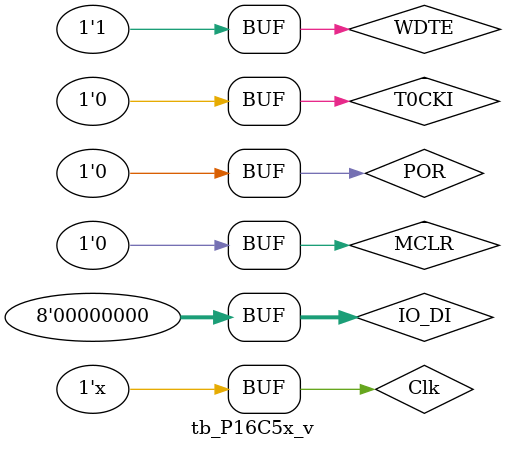
<source format=v>

`timescale 1ns / 1ps


module tb_P16C5x_v;

	// UUT Module Ports
	reg     POR;

	reg     Clk;
	reg     ClkEn;

	wire    [11:0] PC;
	reg     [11:0] ROM;

	reg     MCLR;
	reg     T0CKI;
	reg     WDTE;

	wire    WE_TRISA;
    wire    WE_TRISB;
    wire    WE_TRISC;
	wire    WE_PORTA;
    wire    WE_PORTB;
    wire    WE_PORTC;
    wire    RE_PORTA;
    wire    RE_PORTB;
    wire    RE_PORTC;
    
    wire    [7:0] IO_DO;
    reg     [7:0] IO_DI;

	// UUT Module Test Ports
    
    wire    Rst;
    
    wire    [5:0] OPTION;

    wire    [11:0] IR;
    wire    [ 9:0] dIR;
	wire    [11:0] ALU_Op;
	wire    [ 8:0] KI;
	wire    Err;
	
	wire    Skip;

 	wire    [11:0] TOS;
	wire    [11:0] NOS;

	wire    [7:0] W;

	wire    [6:0] FA;
	wire    [7:0] DO;
	wire    [7:0] DI;

	wire    [7:0] TMR0;
	wire    [7:0] FSR;
	wire    [7:0] STATUS;
	
    wire    T0CKI_Pls;
	
    wire    WDTClr;
	wire    [9:0] WDT;
	wire    WDT_TC;
	wire    WDT_TO;
	
    wire    [7:0] PSCntr;
	wire    PSC_Pls;
    
	// Instantiate the Unit Under Test (UUT)

	P16C5x  #(
                .pWDT_Size(10)
            ) uut (
                .POR(POR), 
                .Clk(Clk), 
                .ClkEn(ClkEn), 

                .MCLR(MCLR), 
                .T0CKI(T0CKI), 

                .WDTE(WDTE),
                
                .PC(PC), 
                .ROM(ROM), 
                
                .WE_TRISA(WE_TRISA), 
                .WE_TRISB(WE_TRISB), 
                .WE_TRISC(WE_TRISC), 
                .WE_PORTA(WE_PORTA), 
                .WE_PORTB(WE_PORTB), 
                .WE_PORTC(WE_PORTC), 
                .RE_PORTA(RE_PORTA), 
                .RE_PORTB(RE_PORTB), 
                .RE_PORTC(RE_PORTC),
                .IO_DO(IO_DO),
                .IO_DI(IO_DI),
                
                .Rst(Rst),
                
                .OPTION(OPTION), 

                .IR(IR),
                .dIR(dIR), 
                .ALU_Op(ALU_Op), 
                .KI(KI), 
                .Err(Err), 

                .Skip(Skip), 

                .TOS(TOS), 
                .NOS(NOS), 
                .W(W), 
                .FA(FA), 
                .DO(DO), 
                .DI(DI), 
                .TMR0(TMR0), 
                .FSR(FSR), 
                .STATUS(STATUS), 
                .T0CKI_Pls(T0CKI_Pls), 
                .WDTClr(WDTClr), 
                .WDT(WDT), 
                .WDT_TC(WDT_TC), 
                .WDT_TO(WDT_TO), 
                .PSCntr(PSCntr), 
                .PSC_Pls(PSC_Pls)
            );

	initial begin
		// Initialize Inputs
		POR     = 1;
		Clk     = 1;
        ClkEn   = 1;
//        IR      = 0;
		IO_DI   = 0;
		MCLR    = 0;
		T0CKI   = 0;
		WDTE    = 1;

		// Wait 100 ns for global reset to finish
		#101;

        POR = 0;
//        ClkEn = 1;

        #899;
        
	end
    
    always #5 Clk = ~Clk;
    
    always @(posedge Clk)
    begin
        if(POR)
            #1 ClkEn <= 0;
        else
            #1 ClkEn <= ~ClkEn;
    end
    
    // Test Program ROM
      
//    always @(PC or POR)
    always @(posedge Clk or posedge POR)
    begin
        if(POR)
            ROM <= 12'b1010_0000_0000;                  // GOTO    0x000   ;; Reset Vector: Jump 0x000 (Start)
        else
            case(PC[11:0])
                12'h000 : ROM <= #1 12'b0111_0110_0011; // BTFSS   0x03,3  ;; Test PD (STATUS.3), if set, not SLEEP restart
                12'h001 : ROM <= #1 12'b1010_0011_0000; // GOTO    0x030   ;; SLEEP restart, continue test program
                12'h002 : ROM <= #1 12'b1100_0000_0111; // MOVLW   0x07    ;; load OPTION
                12'h003 : ROM <= #1 12'b0000_0000_0010; // OPTION
                12'h004 : ROM <= #1 12'b0000_0100_0000; // CLRW            ;; clear working register
                12'h005 : ROM <= #1 12'b0000_0000_0101; // TRISA           ;; load W into port control registers
                12'h006 : ROM <= #1 12'b0000_0000_0110; // TRISB
                12'h007 : ROM <= #1 12'b0000_0000_0111; // TRISC
                12'h008 : ROM <= #1 12'b1010_0000_1010; // GOTO    0x00A   ;; Test GOTO
                12'h009 : ROM <= #1 12'b1100_1111_1111; // MOVLW   0xFF    ;; instruction should be skipped
                12'h00A : ROM <= #1 12'b1001_0000_1101; // CALL    0x0D    ;; Test CALL
                12'h00B : ROM <= #1 12'b0000_0010_0010; // MOVWF   0x02    ;; Test Computed GOTO, Load PCL with W
                12'h00C : ROM <= #1 12'b0000_0000_0000; // NOP             ;; No Operation
                12'h00D : ROM <= #1 12'b1000_0000_1110; // RETLW   0x0E    ;; Test RETLW, return 0x0E in W
                12'h00E : ROM <= #1 12'b1100_0000_1001; // MOVLW   0x09    ;; starting RAM + 1
                12'h00F : ROM <= #1 12'b0000_0010_0100; // MOVWF   0x04    ;; indirect address register (FSR)
//
                12'h010 : ROM <= #1 12'b1100_0001_0111; // MOVLW   0x17    ;; internal RAM count - 1
                12'h011 : ROM <= #1 12'b0000_0010_1000; // MOVWF   0x08    ;; loop counter
                12'h012 : ROM <= #1 12'b0000_0100_0000; // CLRW            ;; zero working register
                12'h013 : ROM <= #1 12'b0000_0010_0000; // MOVWF   0x00    ;; clear RAM indirectly
                12'h014 : ROM <= #1 12'b0010_1010_0100; // INCF    0x04,1  ;; increment FSR
                12'h015 : ROM <= #1 12'b0010_1110_1000; // DECFSZ  0x08,1  ;; decrement loop counter
                12'h016 : ROM <= #1 12'b1010_0001_0011; // GOTO    0x013   ;; loop until loop counter == 0
                12'h017 : ROM <= #1 12'b1100_0000_1001; // MOVLW   0x09    ;; starting RAM + 1
                12'h018 : ROM <= #1 12'b0000_0010_0100; // MOVWF   0x04    ;; reload FSR
                12'h019 : ROM <= #1 12'b1100_1110_1001; // MOVLW   0xE9    ;; set loop counter to 256 - 23
                12'h01A : ROM <= #1 12'b0000_0010_1000; // MOVWF   0x08
                12'h01B : ROM <= #1 12'b0010_0000_0000; // MOVF    0x00,0  ;; read memory into W 
                12'h01C : ROM <= #1 12'b0011_1110_1000; // INCFSZ  0x08,1  ;; increment counter loop until 0
                12'h01D : ROM <= #1 12'b1010_0001_1011; // GOTO    0x01B   ;; loop    
                12'h01E : ROM <= #1 12'b0000_0000_0100; // CLRWDT          ;; clear WDT
                12'h01F : ROM <= #1 12'b0000_0110_1000; // CLRF    0x08    ;; Clear Memory Location 0x08
//
                12'h020 : ROM <= #1 12'b0010_0110_1000; // DECF    0x08,1  ;; Decrement Memory Location 0x08
                12'h021 : ROM <= #1 12'b0001_1100_1000; // ADDWF   0x08,0  ;; Add Memory Location 0x08 to W, Store in W
                12'h022 : ROM <= #1 12'b0000_1010_1000; // SUBWF   0x08,1  ;; Subtract Memory Location 0x08
                12'h023 : ROM <= #1 12'b0011_0110_1000; // RLF     0x08,1  ;; Rotate Memory Location 0x08
                12'h024 : ROM <= #1 12'b0011_0010_1000; // RRF     0x08,1  ;; Rotate Memory Location
                12'h025 : ROM <= #1 12'b1100_0110_1001; // MOVLW   0x69    ;; Load W with test pattern: W <= 0x69
                12'h026 : ROM <= #1 12'b0000_0010_1000; // MOVWF   0x08    ;; Initialize Memory with test pattern
                12'h027 : ROM <= #1 12'b0011_1010_1000; // SWAPF   0x08,1  ;; Test SWAPF: (0x08) <= 0x96 
                12'h028 : ROM <= #1 12'b0001_0010_1000; // IORWF   0x08,1  ;; Test IORWF: (0x08) <= 0x69 | 0x96 
                12'h029 : ROM <= #1 12'b0001_0110_1000; // ANDWF   0x08,1  ;; Test ANDWF: (0x08) <= 0x69 & 0xFF
                12'h02A : ROM <= #1 12'b0001_1010_1000; // XORWF   0x08,1  :: Test XORWF: (0x08) <= 0x69 ^ 0x69
                12'h02B : ROM <= #1 12'b0010_0110_1000; // COMF    0x08    ;; Test COMF:  (0x08) <= ~0x00  
                12'h02C : ROM <= #1 12'b1101_1001_0110; // IORLW   0x96    ;; Test IORLW:      W <= 0x69 | 0x96
                12'h02D : ROM <= #1 12'b1110_0110_1001; // ANDLW   0x69    ;; Test ANDLW:      W <= 0xFF & 0x69
                12'h02E : ROM <= #1 12'b1111_0110_1001; // XORLW   0x69    ;; Test XORLW:      W <= 0x69 ^ 0x69
                12'h02F : ROM <= #1 12'b0000_0000_0011; // SLEEP           ;; Stop Execution of test program: HALT
//
                12'h030 : ROM <= #1 12'b0000_0000_0100; // CLRWDT          ;; Detected SLEEP restart, Clr WDT to reset PD
                12'h031 : ROM <= #1 12'b0110_0110_0011; // BTFSC   0x03,3  ;; Check STATUS.3, skip if ~PD clear
                12'h032 : ROM <= #1 12'b1010_0011_0100; // GOTO    0x034   ;; ~PD is set, CLRWDT cleared PD
                12'h033 : ROM <= #1 12'b1010_0011_0011; // GOTO    0x033   ;; ERROR: hold here on error
                12'h034 : ROM <= #1 12'b1100_0001_0000; // MOVLW   0x10    ;; Load FSR with non-banked RAM address
                12'h035 : ROM <= #1 12'b0000_0010_0100; // MOVWF   0x04    ;; Initialize FSR for Bit Processor Tests
                12'h036 : ROM <= #1 12'b0000_0110_0000; // CLRF    0x00    ;; Clear non-banked RAM location using INDF
                12'h037 : ROM <= #1 12'b0101_0000_0011; // BSF     0x03,0  ;; Set   STATUS.0 (C) bit 
                12'h038 : ROM <= #1 12'b0100_0010_0011; // BCF     0x03,1  ;; Clear STATUS.1 (DC) bit
                12'h039 : ROM <= #1 12'b0100_0100_0011; // BCF     0x03,2  ;; Clear STATUS.2 (Z) bit
                12'h03A : ROM <= #1 12'b0010_0000_0011; // MOVF    0x03,0  ;; Load W with STATUS
                12'h03B : ROM <= #1 12'b0011_0000_0000; // RRF     0x00,0  ;; Rotate Right RAM location: C <= 0,      W <= 0x80
                12'h03C : ROM <= #1 12'b0011_0110_0000; // RLF     0x00,0  ;; Rotate Left  RAM location: C <= 0, (INDF) <= 0x00
                12'h03D : ROM <= #1 12'b0000_0010_0000; // MOVWF   0x00    ;; Write result back to RAM: (INDF) <= 0x80
                12'h03E : ROM <= #1 12'b0000_0010_0001; // MOVWF   0x01    ;; Write to TMR0, clear Prescaler
                12'h03F : ROM <= #1 12'b1010_0100_0000; // GOTO    0x040   ;; Restart Program
//
                12'h040 : ROM <= #1 12'b0000_0000_0100; // CLRWDT          ;; Detected SLEEP restart, Clr WDT to reset PD
                12'h041 : ROM <= #1 12'b1100_1010_1010; // MOVLW   0xAA    ;; Load W with 0xAA
                12'h042 : ROM <= #1 12'b0000_0010_0101; // MOVWF   0x05    ;; WE_PortA
                12'h043 : ROM <= #1 12'b0000_0010_0110; // MOVWF   0x06    ;; WE_PortB
                12'h044 : ROM <= #1 12'b0000_0010_0111; // MOVWF   0x07    ;; WE_PortC
                12'h045 : ROM <= #1 12'b0010_0000_0101; // MOVF    0x05,0  ;; RE_PortA
                12'h046 : ROM <= #1 12'b0010_0000_0110; // MOVF    0x06,0  ;; RE_PortB
                12'h047 : ROM <= #1 12'b0010_0000_0111; // MOVF    0x07,0  ;; RE_PortC
                12'h048 : ROM <= #1 12'b0010_0110_0101; // COMF    0x05    ;; Complement PortA
                12'h049 : ROM <= #1 12'b0010_0110_0110; // COMF    0x06    ;; Complement PortB
                12'h04A : ROM <= #1 12'b0010_0110_0111; // COMF    0x07    ;; Complement PortC
                12'h04B : ROM <= #1 12'b0000_0110_0101; // CLRF    0x05    ;; Clear PortA
                12'h04C : ROM <= #1 12'b0000_0110_0110; // CLRF    0x06    ;; Clear PortB
                12'h04D : ROM <= #1 12'b0000_0110_0111; // CLRF    0x07    ;; Clear PortC
                12'h04E : ROM <= #1 12'b0000_0100_0000; // CLRW            ;; zero working register
                12'h04F : ROM <= #1 12'b1010_0000_0000; // GOTO    0x000   ;; Restart Program
//
                default : ROM <= #1 12'b1010_0000_0000; // GOTO    0x000   ;; Reset Vector: Jump 0x000 (Start)
            endcase
    end
    
endmodule


</source>
